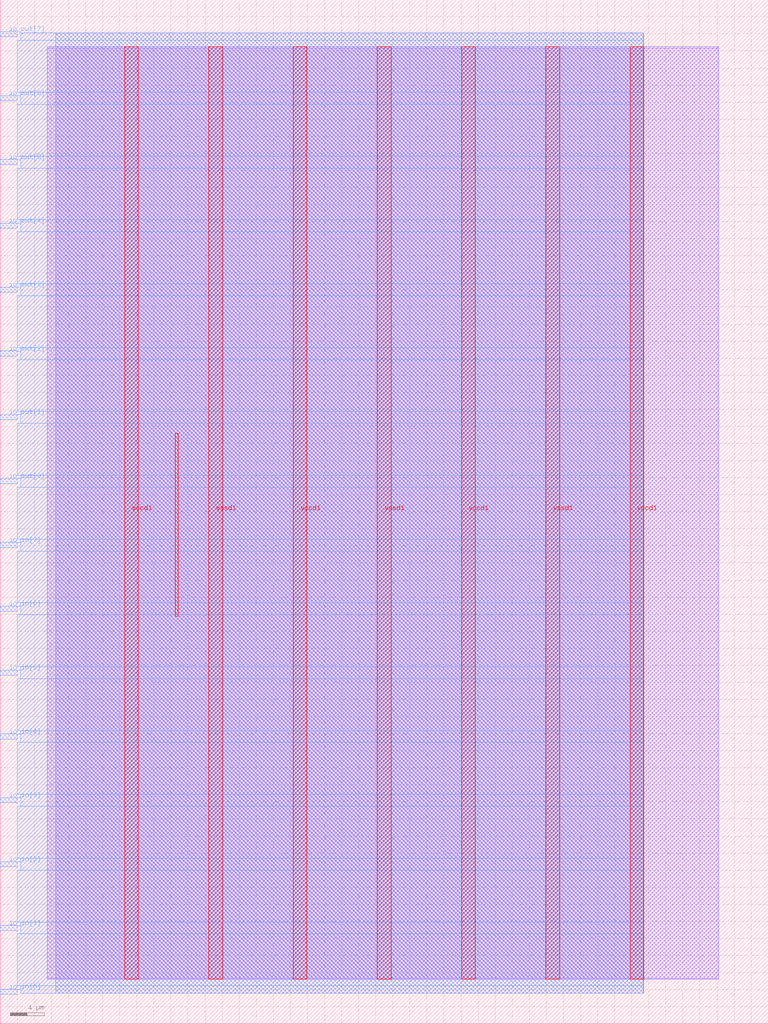
<source format=lef>
VERSION 5.7 ;
  NOWIREEXTENSIONATPIN ON ;
  DIVIDERCHAR "/" ;
  BUSBITCHARS "[]" ;
MACRO rolfmobile99_alu_fsm_top
  CLASS BLOCK ;
  FOREIGN rolfmobile99_alu_fsm_top ;
  ORIGIN 0.000 0.000 ;
  SIZE 90.000 BY 120.000 ;
  PIN io_in[0]
    DIRECTION INPUT ;
    USE SIGNAL ;
    PORT
      LAYER met3 ;
        RECT 0.000 3.440 2.000 4.040 ;
    END
  END io_in[0]
  PIN io_in[1]
    DIRECTION INPUT ;
    USE SIGNAL ;
    PORT
      LAYER met3 ;
        RECT 0.000 10.920 2.000 11.520 ;
    END
  END io_in[1]
  PIN io_in[2]
    DIRECTION INPUT ;
    USE SIGNAL ;
    PORT
      LAYER met3 ;
        RECT 0.000 18.400 2.000 19.000 ;
    END
  END io_in[2]
  PIN io_in[3]
    DIRECTION INPUT ;
    USE SIGNAL ;
    PORT
      LAYER met3 ;
        RECT 0.000 25.880 2.000 26.480 ;
    END
  END io_in[3]
  PIN io_in[4]
    DIRECTION INPUT ;
    USE SIGNAL ;
    PORT
      LAYER met3 ;
        RECT 0.000 33.360 2.000 33.960 ;
    END
  END io_in[4]
  PIN io_in[5]
    DIRECTION INPUT ;
    USE SIGNAL ;
    PORT
      LAYER met3 ;
        RECT 0.000 40.840 2.000 41.440 ;
    END
  END io_in[5]
  PIN io_in[6]
    DIRECTION INPUT ;
    USE SIGNAL ;
    PORT
      LAYER met3 ;
        RECT 0.000 48.320 2.000 48.920 ;
    END
  END io_in[6]
  PIN io_in[7]
    DIRECTION INPUT ;
    USE SIGNAL ;
    PORT
      LAYER met3 ;
        RECT 0.000 55.800 2.000 56.400 ;
    END
  END io_in[7]
  PIN io_out[0]
    DIRECTION OUTPUT TRISTATE ;
    USE SIGNAL ;
    PORT
      LAYER met3 ;
        RECT 0.000 63.280 2.000 63.880 ;
    END
  END io_out[0]
  PIN io_out[1]
    DIRECTION OUTPUT TRISTATE ;
    USE SIGNAL ;
    PORT
      LAYER met3 ;
        RECT 0.000 70.760 2.000 71.360 ;
    END
  END io_out[1]
  PIN io_out[2]
    DIRECTION OUTPUT TRISTATE ;
    USE SIGNAL ;
    PORT
      LAYER met3 ;
        RECT 0.000 78.240 2.000 78.840 ;
    END
  END io_out[2]
  PIN io_out[3]
    DIRECTION OUTPUT TRISTATE ;
    USE SIGNAL ;
    PORT
      LAYER met3 ;
        RECT 0.000 85.720 2.000 86.320 ;
    END
  END io_out[3]
  PIN io_out[4]
    DIRECTION OUTPUT TRISTATE ;
    USE SIGNAL ;
    PORT
      LAYER met3 ;
        RECT 0.000 93.200 2.000 93.800 ;
    END
  END io_out[4]
  PIN io_out[5]
    DIRECTION OUTPUT TRISTATE ;
    USE SIGNAL ;
    PORT
      LAYER met3 ;
        RECT 0.000 100.680 2.000 101.280 ;
    END
  END io_out[5]
  PIN io_out[6]
    DIRECTION OUTPUT TRISTATE ;
    USE SIGNAL ;
    PORT
      LAYER met3 ;
        RECT 0.000 108.160 2.000 108.760 ;
    END
  END io_out[6]
  PIN io_out[7]
    DIRECTION OUTPUT TRISTATE ;
    USE SIGNAL ;
    PORT
      LAYER met3 ;
        RECT 0.000 115.640 2.000 116.240 ;
    END
  END io_out[7]
  PIN vccd1
    DIRECTION INOUT ;
    USE POWER ;
    PORT
      LAYER met4 ;
        RECT 14.590 5.200 16.190 114.480 ;
    END
    PORT
      LAYER met4 ;
        RECT 34.330 5.200 35.930 114.480 ;
    END
    PORT
      LAYER met4 ;
        RECT 54.070 5.200 55.670 114.480 ;
    END
    PORT
      LAYER met4 ;
        RECT 73.810 5.200 75.410 114.480 ;
    END
  END vccd1
  PIN vssd1
    DIRECTION INOUT ;
    USE GROUND ;
    PORT
      LAYER met4 ;
        RECT 24.460 5.200 26.060 114.480 ;
    END
    PORT
      LAYER met4 ;
        RECT 44.200 5.200 45.800 114.480 ;
    END
    PORT
      LAYER met4 ;
        RECT 63.940 5.200 65.540 114.480 ;
    END
  END vssd1
  OBS
      LAYER li1 ;
        RECT 5.520 5.355 84.180 114.325 ;
      LAYER met1 ;
        RECT 5.520 5.200 84.180 114.480 ;
      LAYER met2 ;
        RECT 6.530 3.555 75.380 116.125 ;
      LAYER met3 ;
        RECT 2.400 115.240 75.400 116.105 ;
        RECT 2.000 109.160 75.400 115.240 ;
        RECT 2.400 107.760 75.400 109.160 ;
        RECT 2.000 101.680 75.400 107.760 ;
        RECT 2.400 100.280 75.400 101.680 ;
        RECT 2.000 94.200 75.400 100.280 ;
        RECT 2.400 92.800 75.400 94.200 ;
        RECT 2.000 86.720 75.400 92.800 ;
        RECT 2.400 85.320 75.400 86.720 ;
        RECT 2.000 79.240 75.400 85.320 ;
        RECT 2.400 77.840 75.400 79.240 ;
        RECT 2.000 71.760 75.400 77.840 ;
        RECT 2.400 70.360 75.400 71.760 ;
        RECT 2.000 64.280 75.400 70.360 ;
        RECT 2.400 62.880 75.400 64.280 ;
        RECT 2.000 56.800 75.400 62.880 ;
        RECT 2.400 55.400 75.400 56.800 ;
        RECT 2.000 49.320 75.400 55.400 ;
        RECT 2.400 47.920 75.400 49.320 ;
        RECT 2.000 41.840 75.400 47.920 ;
        RECT 2.400 40.440 75.400 41.840 ;
        RECT 2.000 34.360 75.400 40.440 ;
        RECT 2.400 32.960 75.400 34.360 ;
        RECT 2.000 26.880 75.400 32.960 ;
        RECT 2.400 25.480 75.400 26.880 ;
        RECT 2.000 19.400 75.400 25.480 ;
        RECT 2.400 18.000 75.400 19.400 ;
        RECT 2.000 11.920 75.400 18.000 ;
        RECT 2.400 10.520 75.400 11.920 ;
        RECT 2.000 4.440 75.400 10.520 ;
        RECT 2.400 3.575 75.400 4.440 ;
      LAYER met4 ;
        RECT 20.535 47.775 20.865 69.185 ;
  END
END rolfmobile99_alu_fsm_top
END LIBRARY


</source>
